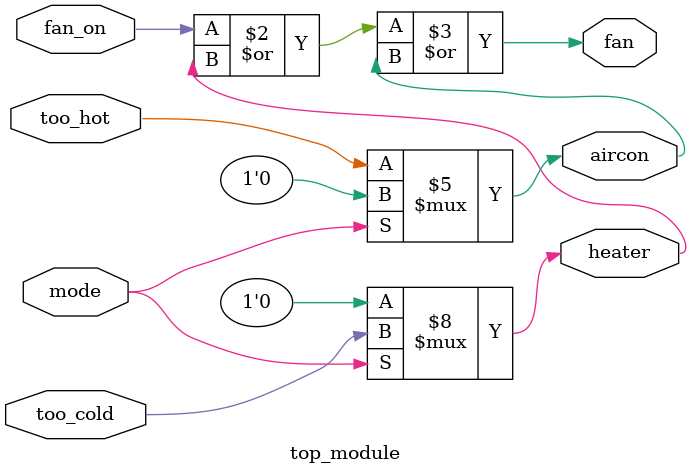
<source format=sv>
module top_module(
    input mode,
    input too_cold, 
    input too_hot,
    input fan_on,
    output reg heater,
    output reg aircon,
    output reg fan
);

    always @(*) begin
        if (mode) begin // Heating mode
            heater = too_cold;
            aircon = 1'b0;
        end else begin // Cooling mode
            heater = 1'b0;
            aircon = too_hot;
        end

        // Fan logic
        fan = fan_on | heater | aircon;
    end

endmodule

</source>
